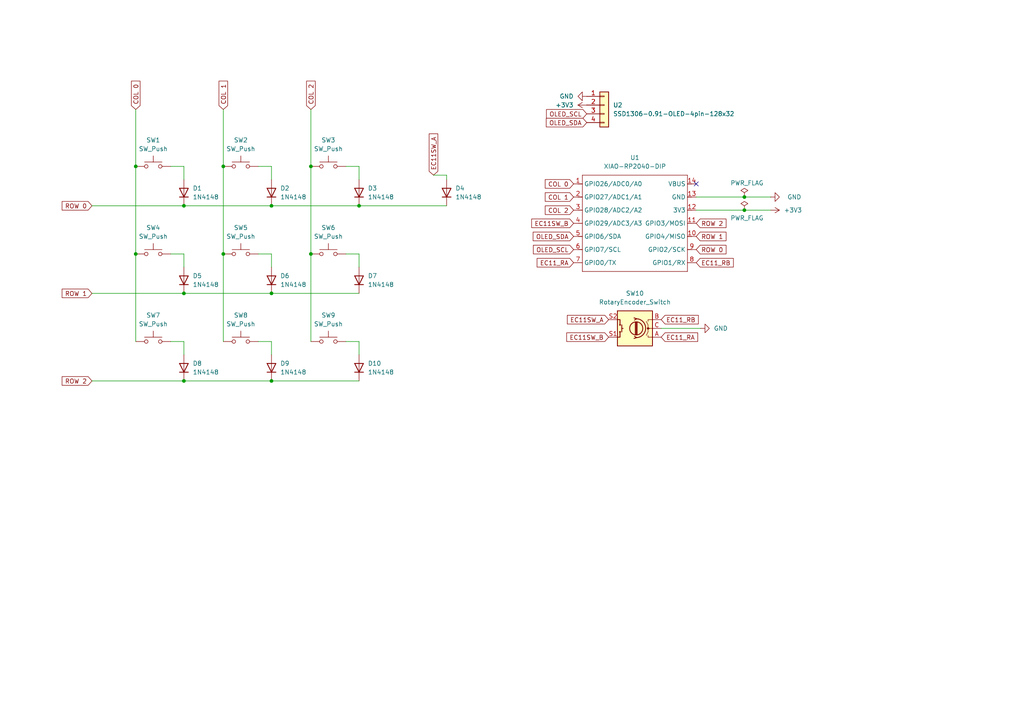
<source format=kicad_sch>
(kicad_sch (version 20250114) (generator "eeschema") (generator_version "9.0")
  (paper "A4")
  (lib_symbols
    (symbol "Connector_Generic:Conn_01x04" (pin_names (offset 1.016) (hide yes))
      (property "Reference" "J" (at 0 5.08 0))
      (property "Value" "Conn_01x04" (at 0 -7.62 0))
      (symbol "Conn_01x04_1_1"
        (rectangle (start -1.27 3.81) (end 1.27 -6.35) (stroke (width 0.254)) (fill (type background)))
        (rectangle (start -1.27 2.667) (end 0 2.413) (stroke (width 0.1524)))
        (rectangle (start -1.27 0.127) (end 0 -0.127) (stroke (width 0.1524)))
        (rectangle (start -1.27 -2.413) (end 0 -2.667) (stroke (width 0.1524)))
        (rectangle (start -1.27 -4.953) (end 0 -5.207) (stroke (width 0.1524)))
        (pin passive line (at -5.08 2.54 0) (length 3.81) (name "Pin_1") (number "1"))
        (pin passive line (at -5.08 0 0) (length 3.81) (name "Pin_2") (number "2"))
        (pin passive line (at -5.08 -2.54 0) (length 3.81) (name "Pin_3") (number "3"))
        (pin passive line (at -5.08 -5.08 0) (length 3.81) (name "Pin_4") (number "4"))
      )
    )
    (symbol "Device:RotaryEncoder_Switch" (pin_names (offset 0.254) (hide yes))
      (property "Reference" "SW" (at 0 6.604 0))
      (property "Value" "RotaryEncoder_Switch" (at 0 -6.604 0))
      (symbol "RotaryEncoder_Switch_0_1"
        (rectangle (start -5.08 5.08) (end 5.08 -5.08) (stroke (width 0.254)) (fill (type background)))
        (polyline (pts (xy -5.08 2.54) (xy -3.81 2.54) (xy -3.81 2.032)))
        (polyline (pts (xy -5.08 0) (xy -3.81 0) (xy -3.81 -1.016) (xy -3.302 -2.032)))
        (polyline (pts (xy -5.08 -2.54) (xy -3.81 -2.54) (xy -3.81 -2.032)))
        (polyline (pts (xy -4.318 0) (xy -3.81 0) (xy -3.81 1.016) (xy -3.302 2.032)))
        (circle (center -3.81 0) (radius 0.254) (fill (type outline)))
        (polyline (pts (xy -0.635 -1.778) (xy -0.635 1.778)) (stroke (width 0.254)))
        (circle (center -0.381 0) (radius 1.905) (stroke (width 0.254)))
        (polyline (pts (xy -0.381 -1.778) (xy -0.381 1.778)) (stroke (width 0.254)))
        (arc (start -0.381 -2.794) (mid -3.0988 -0.0635) (end -0.381 2.667) (stroke (width 0.254)))
        (polyline (pts (xy -0.127 1.778) (xy -0.127 -1.778)) (stroke (width 0.254)))
        (polyline (pts (xy 0.254 2.921) (xy -0.508 2.667) (xy 0.127 2.286)) (stroke (width 0.254)))
        (polyline (pts (xy 0.254 -3.048) (xy -0.508 -2.794) (xy 0.127 -2.413)) (stroke (width 0.254)))
        (polyline (pts (xy 3.81 1.016) (xy 3.81 -1.016)) (stroke (width 0.254)))
        (polyline (pts (xy 3.81 0) (xy 3.429 0)) (stroke (width 0.254)))
        (circle (center 4.318 1.016) (radius 0.127) (stroke (width 0.254)))
        (circle (center 4.318 -1.016) (radius 0.127) (stroke (width 0.254)))
        (polyline (pts (xy 5.08 2.54) (xy 4.318 2.54) (xy 4.318 1.016)) (stroke (width 0.254)))
        (polyline (pts (xy 5.08 -2.54) (xy 4.318 -2.54) (xy 4.318 -1.016)) (stroke (width 0.254)))
      )
      (symbol "RotaryEncoder_Switch_1_1"
        (pin passive line (at -7.62 2.54 0) (length 2.54) (name "A") (number "A"))
        (pin passive line (at -7.62 0 0) (length 2.54) (name "C") (number "C"))
        (pin passive line (at -7.62 -2.54 0) (length 2.54) (name "B") (number "B"))
        (pin passive line (at 7.62 2.54 180) (length 2.54) (name "S1") (number "S1"))
        (pin passive line (at 7.62 -2.54 180) (length 2.54) (name "S2") (number "S2"))
      )
    )
    (symbol "Diode:1N4148" (pin_numbers (hide yes)) (pin_names (hide yes))
      (property "Reference" "D" (at 0 2.54 0))
      (property "Value" "1N4148" (at 0 -2.54 0))
      (symbol "1N4148_0_1"
        (polyline (pts (xy -1.27 1.27) (xy -1.27 -1.27)) (stroke (width 0.254)))
        (polyline (pts (xy 1.27 1.27) (xy 1.27 -1.27) (xy -1.27 0) (xy 1.27 1.27)) (stroke (width 0.254)))
        (polyline (pts (xy 1.27 0) (xy -1.27 0)))
      )
      (symbol "1N4148_1_1"
        (pin passive line (at -3.81 0 0) (length 2.54) (name "K") (number "1"))
        (pin passive line (at 3.81 0 180) (length 2.54) (name "A") (number "2"))
      )
    )
    (symbol "Seeed_Studio_XIAO_Series:XIAO-RP2040-DIP"
      (property "Reference" "U" (at 0 0 0))
      (property "Value" "XIAO-RP2040-DIP" (at 5.334 -1.778 0))
      (symbol "XIAO-RP2040-DIP_1_0"
        (polyline (pts (xy -1.27 -2.54) (xy 29.21 -2.54)) (stroke (width 0.1524)))
        (polyline (pts (xy -1.27 -5.08) (xy -2.54 -5.08)) (stroke (width 0.1524)))
        (polyline (pts (xy -1.27 -5.08) (xy -1.27 -2.54)) (stroke (width 0.1524)))
        (polyline (pts (xy -1.27 -8.89) (xy -2.54 -8.89)) (stroke (width 0.1524)))
        (polyline (pts (xy -1.27 -8.89) (xy -1.27 -5.08)) (stroke (width 0.1524)))
        (polyline (pts (xy -1.27 -12.7) (xy -2.54 -12.7)) (stroke (width 0.1524)))
        (polyline (pts (xy -1.27 -12.7) (xy -1.27 -8.89)) (stroke (width 0.1524)))
        (polyline (pts (xy -1.27 -16.51) (xy -2.54 -16.51)) (stroke (width 0.1524)))
        (polyline (pts (xy -1.27 -16.51) (xy -1.27 -12.7)) (stroke (width 0.1524)))
        (polyline (pts (xy -1.27 -20.32) (xy -2.54 -20.32)) (stroke (width 0.1524)))
        (polyline (pts (xy -1.27 -24.13) (xy -2.54 -24.13)) (stroke (width 0.1524)))
        (polyline (pts (xy -1.27 -27.94) (xy -2.54 -27.94)) (stroke (width 0.1524)))
        (polyline (pts (xy -1.27 -30.48) (xy -1.27 -16.51)) (stroke (width 0.1524)))
        (polyline (pts (xy 29.21 -2.54) (xy 29.21 -5.08)) (stroke (width 0.1524)))
        (polyline (pts (xy 29.21 -5.08) (xy 29.21 -8.89)) (stroke (width 0.1524)))
        (polyline (pts (xy 29.21 -8.89) (xy 29.21 -12.7)) (stroke (width 0.1524)))
        (polyline (pts (xy 29.21 -12.7) (xy 29.21 -30.48)) (stroke (width 0.1524)))
        (polyline (pts (xy 29.21 -30.48) (xy -1.27 -30.48)) (stroke (width 0.1524)))
        (polyline (pts (xy 30.48 -5.08) (xy 29.21 -5.08)) (stroke (width 0.1524)))
        (polyline (pts (xy 30.48 -8.89) (xy 29.21 -8.89)) (stroke (width 0.1524)))
        (polyline (pts (xy 30.48 -12.7) (xy 29.21 -12.7)) (stroke (width 0.1524)))
        (polyline (pts (xy 30.48 -16.51) (xy 29.21 -16.51)) (stroke (width 0.1524)))
        (polyline (pts (xy 30.48 -20.32) (xy 29.21 -20.32)) (stroke (width 0.1524)))
        (polyline (pts (xy 30.48 -24.13) (xy 29.21 -24.13)) (stroke (width 0.1524)))
        (polyline (pts (xy 30.48 -27.94) (xy 29.21 -27.94)) (stroke (width 0.1524)))
        (pin passive line (at -3.81 -5.08 0) (length 2.54) (name "GPIO26/ADC0/A0") (number "1"))
        (pin passive line (at -3.81 -8.89 0) (length 2.54) (name "GPIO27/ADC1/A1") (number "2"))
        (pin passive line (at -3.81 -12.7 0) (length 2.54) (name "GPIO28/ADC2/A2") (number "3"))
        (pin passive line (at -3.81 -16.51 0) (length 2.54) (name "GPIO29/ADC3/A3") (number "4"))
        (pin passive line (at -3.81 -20.32 0) (length 2.54) (name "GPIO6/SDA") (number "5"))
        (pin passive line (at -3.81 -24.13 0) (length 2.54) (name "GPIO7/SCL") (number "6"))
        (pin passive line (at -3.81 -27.94 0) (length 2.54) (name "GPIO0/TX") (number "7"))
        (pin passive line (at 31.75 -5.08 180) (length 2.54) (name "VBUS") (number "14"))
        (pin passive line (at 31.75 -8.89 180) (length 2.54) (name "GND") (number "13"))
        (pin passive line (at 31.75 -12.7 180) (length 2.54) (name "3V3") (number "12"))
        (pin passive line (at 31.75 -16.51 180) (length 2.54) (name "GPIO3/MOSI") (number "11"))
        (pin passive line (at 31.75 -20.32 180) (length 2.54) (name "GPIO4/MISO") (number "10"))
        (pin passive line (at 31.75 -24.13 180) (length 2.54) (name "GPIO2/SCK") (number "9"))
        (pin passive line (at 31.75 -27.94 180) (length 2.54) (name "GPIO1/RX") (number "8"))
      )
    )
    (symbol "Switch:SW_Push" (pin_numbers (hide yes)) (pin_names (offset 1.016) (hide yes))
      (property "Reference" "SW" (at 1.27 2.54 0))
      (property "Value" "SW_Push" (at 0 -1.524 0))
      (symbol "SW_Push_0_1"
        (circle (center -2.032 0) (radius 0.508))
        (polyline (pts (xy 0 1.27) (xy 0 3.048)))
        (circle (center 2.032 0) (radius 0.508))
        (polyline (pts (xy 2.54 1.27) (xy -2.54 1.27)))
        (pin passive line (at -5.08 0 0) (length 2.54) (name "1") (number "1"))
        (pin passive line (at 5.08 0 180) (length 2.54) (name "2") (number "2"))
      )
    )
    (symbol "power:+3V3" (power) (pin_numbers (hide yes)) (pin_names (offset 0) (hide yes))
      (property "Value" "+3V3" (at 0 3.556 0))
      (symbol "+3V3_0_1"
        (polyline (pts (xy -0.762 1.27) (xy 0 2.54)))
        (polyline (pts (xy 0 2.54) (xy 0.762 1.27)))
        (polyline (pts (xy 0 0) (xy 0 2.54)))
      )
      (symbol "+3V3_1_1"
        (pin power_in line (at 0 0 90) (length 0) (name "~") (number "1"))
      )
    )
    (symbol "power:GND" (power) (pin_numbers (hide yes)) (pin_names (offset 0) (hide yes))
      (property "Value" "GND" (at 0 -3.81 0))
      (symbol "GND_0_1"
        (polyline (pts (xy 0 0) (xy 0 -1.27) (xy 1.27 -1.27) (xy 0 -2.54) (xy -1.27 -1.27) (xy 0 -1.27)))
      )
      (symbol "GND_1_1"
        (pin power_in line (at 0 0 270) (length 0) (name "~") (number "1"))
      )
    )
    (symbol "power:PWR_FLAG" (power) (pin_numbers (hide yes)) (pin_names (offset 0) (hide yes))
      (property "Value" "PWR_FLAG" (at 0 3.81 0))
      (symbol "PWR_FLAG_0_0"
        (pin power_out line (at 0 0 90) (length 0) (name "~") (number "1"))
      )
      (symbol "PWR_FLAG_0_1"
        (polyline (pts (xy 0 0) (xy 0 1.27) (xy -1.016 1.905) (xy 0 2.54) (xy 1.016 1.905) (xy 0 1.27)))
      )
    )
  )
  (junction (at 64.77 73.66))
  (junction (at 39.37 48.26))
  (junction (at 215.9 57.15))
  (junction (at 64.77 48.26))
  (junction (at 90.17 48.26))
  (junction (at 53.34 59.69))
  (junction (at 90.17 73.66))
  (junction (at 78.74 85.09))
  (junction (at 215.9 60.96))
  (junction (at 53.34 110.49))
  (junction (at 78.74 110.49))
  (junction (at 39.37 73.66))
  (junction (at 78.74 59.69))
  (junction (at 53.34 85.09))
  (junction (at 104.14 59.69))
  (no_connect (at 201.93 53.34))
  (wire (pts (xy 90.17 73.66) (xy 90.17 99.06)))
  (wire (pts (xy 74.93 48.26) (xy 78.74 48.26)))
  (wire (pts (xy 64.77 31.75) (xy 64.77 48.26)))
  (wire (pts (xy 26.67 85.09) (xy 53.34 85.09)))
  (wire (pts (xy 78.74 102.87) (xy 78.74 99.06)))
  (wire (pts (xy 26.67 59.69) (xy 53.34 59.69)))
  (wire (pts (xy 129.54 50.8) (xy 129.54 52.07)))
  (wire (pts (xy 90.17 31.75) (xy 90.17 48.26)))
  (wire (pts (xy 53.34 110.49) (xy 78.74 110.49)))
  (wire (pts (xy 39.37 48.26) (xy 39.37 73.66)))
  (wire (pts (xy 223.52 60.96) (xy 215.9 60.96)))
  (wire (pts (xy 53.34 99.06) (xy 49.53 99.06)))
  (wire (pts (xy 49.53 73.66) (xy 53.34 73.66)))
  (wire (pts (xy 104.14 73.66) (xy 104.14 77.47)))
  (wire (pts (xy 201.93 57.15) (xy 215.9 57.15)))
  (wire (pts (xy 201.93 60.96) (xy 215.9 60.96)))
  (wire (pts (xy 74.93 73.66) (xy 78.74 73.66)))
  (wire (pts (xy 78.74 85.09) (xy 104.14 85.09)))
  (wire (pts (xy 64.77 73.66) (xy 64.77 99.06)))
  (wire (pts (xy 104.14 99.06) (xy 104.14 102.87)))
  (wire (pts (xy 53.34 85.09) (xy 78.74 85.09)))
  (wire (pts (xy 203.2 95.25) (xy 191.77 95.25)))
  (wire (pts (xy 125.73 50.8) (xy 129.54 50.8)))
  (wire (pts (xy 78.74 99.06) (xy 74.93 99.06)))
  (wire (pts (xy 53.34 102.87) (xy 53.34 99.06)))
  (wire (pts (xy 104.14 48.26) (xy 104.14 52.07)))
  (wire (pts (xy 53.34 73.66) (xy 53.34 77.47)))
  (wire (pts (xy 39.37 73.66) (xy 39.37 99.06)))
  (wire (pts (xy 100.33 48.26) (xy 104.14 48.26)))
  (wire (pts (xy 53.34 59.69) (xy 78.74 59.69)))
  (wire (pts (xy 223.52 57.15) (xy 215.9 57.15)))
  (wire (pts (xy 26.67 110.49) (xy 53.34 110.49)))
  (wire (pts (xy 78.74 48.26) (xy 78.74 52.07)))
  (wire (pts (xy 100.33 99.06) (xy 104.14 99.06)))
  (wire (pts (xy 78.74 110.49) (xy 104.14 110.49)))
  (wire (pts (xy 78.74 73.66) (xy 78.74 77.47)))
  (wire (pts (xy 39.37 31.75) (xy 39.37 48.26)))
  (wire (pts (xy 49.53 48.26) (xy 53.34 48.26)))
  (wire (pts (xy 53.34 48.26) (xy 53.34 52.07)))
  (wire (pts (xy 78.74 59.69) (xy 104.14 59.69)))
  (wire (pts (xy 64.77 48.26) (xy 64.77 73.66)))
  (wire (pts (xy 104.14 59.69) (xy 129.54 59.69)))
  (wire (pts (xy 90.17 48.26) (xy 90.17 73.66)))
  (wire (pts (xy 100.33 73.66) (xy 104.14 73.66)))
  (global_label "ROW 0" (shape input) (at 201.93 72.39 0) (property "Intersheetrefs" "${INTERSHEET_REFS}" (effects (hide yes))))
  (global_label "EC11_RB" (shape input) (at 191.77 92.71 0) (property "Intersheetrefs" "${INTERSHEET_REFS}" (effects (hide yes))))
  (global_label "COL 1" (shape input) (at 64.77 31.75 90) (property "Intersheetrefs" "${INTERSHEET_REFS}" (effects (hide yes))))
  (global_label "OLED_SCL" (shape input) (at 166.37 72.39 180) (property "Intersheetrefs" "${INTERSHEET_REFS}" (effects (hide yes))))
  (global_label "EC11_RA" (shape input) (at 166.37 76.2 180) (property "Intersheetrefs" "${INTERSHEET_REFS}" (effects (hide yes))))
  (global_label "COL 0" (shape input) (at 166.37 53.34 180) (property "Intersheetrefs" "${INTERSHEET_REFS}" (effects (hide yes))))
  (global_label "EC11SW_A" (shape input) (at 125.73 50.8 90) (property "Intersheetrefs" "${INTERSHEET_REFS}" (effects (hide yes))))
  (global_label "COL 0" (shape input) (at 39.37 31.75 90) (property "Intersheetrefs" "${INTERSHEET_REFS}" (effects (hide yes))))
  (global_label "COL 2" (shape input) (at 90.17 31.75 90) (property "Intersheetrefs" "${INTERSHEET_REFS}" (effects (hide yes))))
  (global_label "EC11SW_A" (shape input) (at 176.53 92.71 180) (property "Intersheetrefs" "${INTERSHEET_REFS}" (effects (hide yes))))
  (global_label "COL 2" (shape input) (at 166.37 60.96 180) (property "Intersheetrefs" "${INTERSHEET_REFS}" (effects (hide yes))))
  (global_label "EC11SW_B" (shape input) (at 176.53 97.79 180) (property "Intersheetrefs" "${INTERSHEET_REFS}" (effects (hide yes))))
  (global_label "ROW 1" (shape input) (at 26.67 85.09 180) (property "Intersheetrefs" "${INTERSHEET_REFS}" (effects (hide yes))))
  (global_label "ROW 2" (shape input) (at 201.93 64.77 0) (property "Intersheetrefs" "${INTERSHEET_REFS}" (effects (hide yes))))
  (global_label "ROW 2" (shape input) (at 26.67 110.49 180) (property "Intersheetrefs" "${INTERSHEET_REFS}" (effects (hide yes))))
  (global_label "OLED_SDA" (shape input) (at 166.37 68.58 180) (property "Intersheetrefs" "${INTERSHEET_REFS}" (effects (hide yes))))
  (global_label "EC11_RB" (shape input) (at 201.93 76.2 0) (property "Intersheetrefs" "${INTERSHEET_REFS}" (effects (hide yes))))
  (global_label "OLED_SDA" (shape input) (at 170.18 35.56 180) (property "Intersheetrefs" "${INTERSHEET_REFS}" (effects (hide yes))))
  (global_label "EC11SW_B" (shape input) (at 166.37 64.77 180) (property "Intersheetrefs" "${INTERSHEET_REFS}" (effects (hide yes))))
  (global_label "COL 1" (shape input) (at 166.37 57.15 180) (property "Intersheetrefs" "${INTERSHEET_REFS}" (effects (hide yes))))
  (global_label "EC11_RA" (shape input) (at 191.77 97.79 0) (property "Intersheetrefs" "${INTERSHEET_REFS}" (effects (hide yes))))
  (global_label "ROW 0" (shape input) (at 26.67 59.69 180) (property "Intersheetrefs" "${INTERSHEET_REFS}" (effects (hide yes))))
  (global_label "ROW 1" (shape input) (at 201.93 68.58 0) (property "Intersheetrefs" "${INTERSHEET_REFS}" (effects (hide yes))))
  (global_label "OLED_SCL" (shape input) (at 170.18 33.02 180) (property "Intersheetrefs" "${INTERSHEET_REFS}" (effects (hide yes))))
  (symbol (lib_id "power:GND") (at 223.52 57.15 90) (unit 1)
    (property "Reference" "#PWR03" (effects (hide yes)))
    (property "Value" "GND" (at 228.346 57.15 90) (effects (justify right)))
    (property "Description" "Power symbol creates a global label with name \"GND\" , ground" (effects (hide yes)))
  )
  (symbol (lib_id "Diode:1N4148") (at 104.14 81.28 90) (unit 1)
    (property "Reference" "D7" (at 106.68 80.0099 90) (effects (justify right)))
    (property "Value" "1N4148" (at 106.68 82.5499 90) (effects (justify right)))
    (property "Footprint" "Diode_THT:D_DO-35_SOD27_P7.62mm_Horizontal" (effects (hide yes)))
    (property "Datasheet" "https://assets.nexperia.com/documents/data-sheet/1N4148_1N4448.pdf" (effects (hide yes)))
    (property "Description" "100V 0.15A standard switching diode, DO-35" (effects (hide yes)))
    (property "Sim.Device" "D" (effects (hide yes)))
    (property "Sim.Pins" "1=K 2=A" (effects (hide yes)))
  )
  (symbol (lib_id "Diode:1N4148") (at 53.34 81.28 90) (unit 1)
    (property "Reference" "D5" (at 55.88 80.0099 90) (effects (justify right)))
    (property "Value" "1N4148" (at 55.88 82.5499 90) (effects (justify right)))
    (property "Footprint" "Diode_THT:D_DO-35_SOD27_P7.62mm_Horizontal" (effects (hide yes)))
    (property "Datasheet" "https://assets.nexperia.com/documents/data-sheet/1N4148_1N4448.pdf" (effects (hide yes)))
    (property "Description" "100V 0.15A standard switching diode, DO-35" (effects (hide yes)))
    (property "Sim.Device" "D" (effects (hide yes)))
    (property "Sim.Pins" "1=K 2=A" (effects (hide yes)))
  )
  (symbol (lib_id "Connector_Generic:Conn_01x04") (at 175.26 30.48 0) (unit 1)
    (property "Reference" "U2" (at 177.8 30.4799 0) (effects (justify left)))
    (property "Value" "SSD1306-0.91-OLED-4pin-128x32" (at 177.8 33.0199 0) (effects (justify left)))
    (property "Footprint" "KiCad-SSD1306-0.91-OLED-4pin-128x32.pretty-master:SSD1306-0.91-OLED-4pin-128x32" (effects (hide yes)))
    (property "Description" "Generic connector, single row, 01x04, script generated (kicad-library-utils/schlib/autogen/connector/)" (effects (hide yes)))
  )
  (symbol (lib_id "power:GND") (at 170.18 27.94 270) (unit 1)
    (property "Reference" "#PWR02" (effects (hide yes)))
    (property "Value" "GND" (at 166.37 27.9399 90) (effects (justify right)))
    (property "Description" "Power symbol creates a global label with name \"GND\" , ground" (effects (hide yes)))
  )
  (symbol (lib_id "Switch:SW_Push") (at 95.25 48.26 0) (unit 1)
    (property "Reference" "SW3" (at 95.25 40.64 0))
    (property "Value" "SW_Push" (at 95.25 43.18 0))
    (property "Footprint" "Button_Switch_Keyboard:SW_Cherry_MX_1.00u_PCB" (effects (hide yes)))
    (property "Description" "Push button switch, generic, two pins" (effects (hide yes)))
  )
  (symbol (lib_id "Diode:1N4148") (at 104.14 55.88 90) (unit 1)
    (property "Reference" "D3" (at 106.68 54.6099 90) (effects (justify right)))
    (property "Value" "1N4148" (at 106.68 57.1499 90) (effects (justify right)))
    (property "Footprint" "Diode_THT:D_DO-35_SOD27_P7.62mm_Horizontal" (effects (hide yes)))
    (property "Datasheet" "https://assets.nexperia.com/documents/data-sheet/1N4148_1N4448.pdf" (effects (hide yes)))
    (property "Description" "100V 0.15A standard switching diode, DO-35" (effects (hide yes)))
    (property "Sim.Device" "D" (effects (hide yes)))
    (property "Sim.Pins" "1=K 2=A" (effects (hide yes)))
  )
  (symbol (lib_id "Seeed_Studio_XIAO_Series:XIAO-RP2040-DIP") (at 170.18 48.26 0) (unit 1)
    (property "Reference" "U1" (at 184.15 45.72 0))
    (property "Value" "XIAO-RP2040-DIP" (at 184.15 48.26 0))
    (property "Footprint" "Seeed Studio XIAO Series Library:XIAO-RP2040-DIP" (effects (hide yes)))
  )
  (symbol (lib_id "Diode:1N4148") (at 53.34 55.88 90) (unit 1)
    (property "Reference" "D1" (at 55.88 54.6099 90) (effects (justify right)))
    (property "Value" "1N4148" (at 55.88 57.1499 90) (effects (justify right)))
    (property "Footprint" "Diode_THT:D_DO-35_SOD27_P7.62mm_Horizontal" (effects (hide yes)))
    (property "Datasheet" "https://assets.nexperia.com/documents/data-sheet/1N4148_1N4448.pdf" (effects (hide yes)))
    (property "Description" "100V 0.15A standard switching diode, DO-35" (effects (hide yes)))
    (property "Sim.Device" "D" (effects (hide yes)))
    (property "Sim.Pins" "1=K 2=A" (effects (hide yes)))
  )
  (symbol (lib_id "Diode:1N4148") (at 78.74 81.28 90) (unit 1)
    (property "Reference" "D6" (at 81.28 80.0099 90) (effects (justify right)))
    (property "Value" "1N4148" (at 81.28 82.5499 90) (effects (justify right)))
    (property "Footprint" "Diode_THT:D_DO-35_SOD27_P7.62mm_Horizontal" (effects (hide yes)))
    (property "Datasheet" "https://assets.nexperia.com/documents/data-sheet/1N4148_1N4448.pdf" (effects (hide yes)))
    (property "Description" "100V 0.15A standard switching diode, DO-35" (effects (hide yes)))
    (property "Sim.Device" "D" (effects (hide yes)))
    (property "Sim.Pins" "1=K 2=A" (effects (hide yes)))
  )
  (symbol (lib_id "Switch:SW_Push") (at 44.45 73.66 0) (unit 1)
    (property "Reference" "SW4" (at 44.45 66.04 0))
    (property "Value" "SW_Push" (at 44.45 68.58 0))
    (property "Footprint" "Button_Switch_Keyboard:SW_Cherry_MX_1.00u_PCB" (effects (hide yes)))
    (property "Description" "Push button switch, generic, two pins" (effects (hide yes)))
  )
  (symbol (lib_id "Diode:1N4148") (at 104.14 106.68 90) (unit 1)
    (property "Reference" "D10" (at 106.68 105.4099 90) (effects (justify right)))
    (property "Value" "1N4148" (at 106.68 107.9499 90) (effects (justify right)))
    (property "Footprint" "Diode_THT:D_DO-35_SOD27_P7.62mm_Horizontal" (effects (hide yes)))
    (property "Datasheet" "https://assets.nexperia.com/documents/data-sheet/1N4148_1N4448.pdf" (effects (hide yes)))
    (property "Description" "100V 0.15A standard switching diode, DO-35" (effects (hide yes)))
    (property "Sim.Device" "D" (effects (hide yes)))
    (property "Sim.Pins" "1=K 2=A" (effects (hide yes)))
  )
  (symbol (lib_id "Diode:1N4148") (at 78.74 106.68 90) (unit 1)
    (property "Reference" "D9" (at 81.28 105.4099 90) (effects (justify right)))
    (property "Value" "1N4148" (at 81.28 107.9499 90) (effects (justify right)))
    (property "Footprint" "Diode_THT:D_DO-35_SOD27_P7.62mm_Horizontal" (effects (hide yes)))
    (property "Datasheet" "https://assets.nexperia.com/documents/data-sheet/1N4148_1N4448.pdf" (effects (hide yes)))
    (property "Description" "100V 0.15A standard switching diode, DO-35" (effects (hide yes)))
    (property "Sim.Device" "D" (effects (hide yes)))
    (property "Sim.Pins" "1=K 2=A" (effects (hide yes)))
  )
  (symbol (lib_id "Switch:SW_Push") (at 69.85 48.26 0) (unit 1)
    (property "Reference" "SW2" (at 69.85 40.64 0))
    (property "Value" "SW_Push" (at 69.85 43.18 0))
    (property "Footprint" "Button_Switch_Keyboard:SW_Cherry_MX_1.00u_PCB" (effects (hide yes)))
    (property "Description" "Push button switch, generic, two pins" (effects (hide yes)))
  )
  (symbol (lib_id "Diode:1N4148") (at 53.34 106.68 90) (unit 1)
    (property "Reference" "D8" (at 55.88 105.4099 90) (effects (justify right)))
    (property "Value" "1N4148" (at 55.88 107.9499 90) (effects (justify right)))
    (property "Footprint" "Diode_THT:D_DO-35_SOD27_P7.62mm_Horizontal" (effects (hide yes)))
    (property "Datasheet" "https://assets.nexperia.com/documents/data-sheet/1N4148_1N4448.pdf" (effects (hide yes)))
    (property "Description" "100V 0.15A standard switching diode, DO-35" (effects (hide yes)))
    (property "Sim.Device" "D" (effects (hide yes)))
    (property "Sim.Pins" "1=K 2=A" (effects (hide yes)))
  )
  (symbol (lib_id "Diode:1N4148") (at 129.54 55.88 90) (unit 1)
    (property "Reference" "D4" (at 132.08 54.6099 90) (effects (justify right)))
    (property "Value" "1N4148" (at 132.08 57.1499 90) (effects (justify right)))
    (property "Footprint" "Diode_THT:D_DO-35_SOD27_P7.62mm_Horizontal" (effects (hide yes)))
    (property "Datasheet" "https://assets.nexperia.com/documents/data-sheet/1N4148_1N4448.pdf" (effects (hide yes)))
    (property "Description" "100V 0.15A standard switching diode, DO-35" (effects (hide yes)))
    (property "Sim.Device" "D" (effects (hide yes)))
    (property "Sim.Pins" "1=K 2=A" (effects (hide yes)))
  )
  (symbol (lib_id "Switch:SW_Push") (at 95.25 73.66 0) (unit 1)
    (property "Reference" "SW6" (at 95.25 66.04 0))
    (property "Value" "SW_Push" (at 95.25 68.58 0))
    (property "Footprint" "Button_Switch_Keyboard:SW_Cherry_MX_1.00u_PCB" (effects (hide yes)))
    (property "Description" "Push button switch, generic, two pins" (effects (hide yes)))
  )
  (symbol (lib_id "power:GND") (at 203.2 95.25 90) (unit 1)
    (property "Reference" "#PWR01" (effects (hide yes)))
    (property "Value" "GND" (at 207.01 95.2499 90) (effects (justify right)))
    (property "Description" "Power symbol creates a global label with name \"GND\" , ground" (effects (hide yes)))
  )
  (symbol (lib_id "power:PWR_FLAG") (at 215.9 57.15 0) (unit 1)
    (property "Reference" "#FLG02" (effects (hide yes)))
    (property "Value" "PWR_FLAG" (at 216.662 53.086 0))
    (property "Description" "Special symbol for telling ERC where power comes from" (effects (hide yes)))
  )
  (symbol (lib_id "Switch:SW_Push") (at 44.45 99.06 0) (unit 1)
    (property "Reference" "SW7" (at 44.45 91.44 0))
    (property "Value" "SW_Push" (at 44.45 93.98 0))
    (property "Footprint" "Button_Switch_Keyboard:SW_Cherry_MX_1.00u_PCB" (effects (hide yes)))
    (property "Description" "Push button switch, generic, two pins" (effects (hide yes)))
  )
  (symbol (lib_id "Switch:SW_Push") (at 69.85 99.06 0) (unit 1)
    (property "Reference" "SW8" (at 69.85 91.44 0))
    (property "Value" "SW_Push" (at 69.85 93.98 0))
    (property "Footprint" "Button_Switch_Keyboard:SW_Cherry_MX_1.00u_PCB" (effects (hide yes)))
    (property "Description" "Push button switch, generic, two pins" (effects (hide yes)))
  )
  (symbol (lib_id "Device:RotaryEncoder_Switch") (at 184.15 95.25 180) (unit 1)
    (property "Reference" "SW10" (at 184.15 85.09 0))
    (property "Value" "RotaryEncoder_Switch" (at 184.15 87.63 0))
    (property "Footprint" "Rotary_Encoder:RotaryEncoder_Alps_EC11E-Switch_Vertical_H20mm_CircularMountingHoles" (effects (hide yes)))
    (property "Description" "Rotary encoder, dual channel, incremental quadrate outputs, with switch" (effects (hide yes)))
  )
  (symbol (lib_id "Switch:SW_Push") (at 95.25 99.06 0) (unit 1)
    (property "Reference" "SW9" (at 95.25 91.44 0))
    (property "Value" "SW_Push" (at 95.25 93.98 0))
    (property "Footprint" "Button_Switch_Keyboard:SW_Cherry_MX_1.00u_PCB" (effects (hide yes)))
    (property "Description" "Push button switch, generic, two pins" (effects (hide yes)))
  )
  (symbol (lib_id "Switch:SW_Push") (at 44.45 48.26 0) (unit 1)
    (property "Reference" "SW1" (at 44.45 40.64 0))
    (property "Value" "SW_Push" (at 44.45 43.18 0))
    (property "Footprint" "Button_Switch_Keyboard:SW_Cherry_MX_1.00u_PCB" (effects (hide yes)))
    (property "Description" "Push button switch, generic, two pins" (effects (hide yes)))
  )
  (symbol (lib_id "Diode:1N4148") (at 78.74 55.88 90) (unit 1)
    (property "Reference" "D2" (at 81.28 54.6099 90) (effects (justify right)))
    (property "Value" "1N4148" (at 81.28 57.1499 90) (effects (justify right)))
    (property "Footprint" "Diode_THT:D_DO-35_SOD27_P7.62mm_Horizontal" (effects (hide yes)))
    (property "Datasheet" "https://assets.nexperia.com/documents/data-sheet/1N4148_1N4448.pdf" (effects (hide yes)))
    (property "Description" "100V 0.15A standard switching diode, DO-35" (effects (hide yes)))
    (property "Sim.Device" "D" (effects (hide yes)))
    (property "Sim.Pins" "1=K 2=A" (effects (hide yes)))
  )
  (symbol (lib_id "power:+3V3") (at 223.52 60.96 270) (unit 1)
    (property "Reference" "#PWR04" (effects (hide yes)))
    (property "Value" "+3V3" (at 227.33 60.9599 90) (effects (justify left)))
    (property "Description" "Power symbol creates a global label with name \"+3V3\"" (effects (hide yes)))
  )
  (symbol (lib_id "power:+3V3") (at 170.18 30.48 90) (unit 1)
    (property "Reference" "#PWR05" (effects (hide yes)))
    (property "Value" "+3V3" (at 166.37 30.4799 90) (effects (justify left)))
    (property "Description" "Power symbol creates a global label with name \"+3V3\"" (effects (hide yes)))
  )
  (symbol (lib_id "Switch:SW_Push") (at 69.85 73.66 0) (unit 1)
    (property "Reference" "SW5" (at 69.85 66.04 0))
    (property "Value" "SW_Push" (at 69.85 68.58 0))
    (property "Footprint" "Button_Switch_Keyboard:SW_Cherry_MX_1.00u_PCB" (effects (hide yes)))
    (property "Description" "Push button switch, generic, two pins" (effects (hide yes)))
  )
  (symbol (lib_id "power:PWR_FLAG") (at 215.9 60.96 0) (unit 1)
    (property "Reference" "#FLG01" (effects (hide yes)))
    (property "Value" "PWR_FLAG" (at 216.662 63.246 0))
    (property "Description" "Special symbol for telling ERC where power comes from" (effects (hide yes)))
  )
)
</source>
